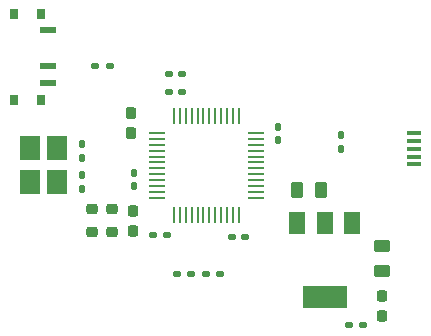
<source format=gbr>
%TF.GenerationSoftware,KiCad,Pcbnew,(6.0.5)*%
%TF.CreationDate,2023-02-15T13:04:29-08:00*%
%TF.ProjectId,STM32tut,53544d33-3274-4757-942e-6b696361645f,rev?*%
%TF.SameCoordinates,Original*%
%TF.FileFunction,Paste,Top*%
%TF.FilePolarity,Positive*%
%FSLAX46Y46*%
G04 Gerber Fmt 4.6, Leading zero omitted, Abs format (unit mm)*
G04 Created by KiCad (PCBNEW (6.0.5)) date 2023-02-15 13:04:29*
%MOMM*%
%LPD*%
G01*
G04 APERTURE LIST*
G04 Aperture macros list*
%AMRoundRect*
0 Rectangle with rounded corners*
0 $1 Rounding radius*
0 $2 $3 $4 $5 $6 $7 $8 $9 X,Y pos of 4 corners*
0 Add a 4 corners polygon primitive as box body*
4,1,4,$2,$3,$4,$5,$6,$7,$8,$9,$2,$3,0*
0 Add four circle primitives for the rounded corners*
1,1,$1+$1,$2,$3*
1,1,$1+$1,$4,$5*
1,1,$1+$1,$6,$7*
1,1,$1+$1,$8,$9*
0 Add four rect primitives between the rounded corners*
20,1,$1+$1,$2,$3,$4,$5,0*
20,1,$1+$1,$4,$5,$6,$7,0*
20,1,$1+$1,$6,$7,$8,$9,0*
20,1,$1+$1,$8,$9,$2,$3,0*%
G04 Aperture macros list end*
%ADD10R,0.700000X0.900000*%
%ADD11R,1.400000X0.600000*%
%ADD12RoundRect,0.105000X-0.155000X0.212500X-0.155000X-0.212500X0.155000X-0.212500X0.155000X0.212500X0*%
%ADD13RoundRect,0.025000X-0.662500X-0.075000X0.662500X-0.075000X0.662500X0.075000X-0.662500X0.075000X0*%
%ADD14RoundRect,0.025000X-0.075000X-0.662500X0.075000X-0.662500X0.075000X0.662500X-0.075000X0.662500X0*%
%ADD15RoundRect,0.187500X0.300000X0.237500X-0.300000X0.237500X-0.300000X-0.237500X0.300000X-0.237500X0*%
%ADD16RoundRect,0.105000X-0.212500X-0.155000X0.212500X-0.155000X0.212500X0.155000X-0.212500X0.155000X0*%
%ADD17RoundRect,0.105000X0.212500X0.155000X-0.212500X0.155000X-0.212500X-0.155000X0.212500X-0.155000X0*%
%ADD18RoundRect,0.110000X-0.197500X-0.160000X0.197500X-0.160000X0.197500X0.160000X-0.197500X0.160000X0*%
%ADD19RoundRect,0.187500X-0.237500X0.287500X-0.237500X-0.287500X0.237500X-0.287500X0.237500X0.287500X0*%
%ADD20R,1.700000X2.000000*%
%ADD21RoundRect,0.110000X0.197500X0.160000X-0.197500X0.160000X-0.197500X-0.160000X0.197500X-0.160000X0*%
%ADD22RoundRect,0.187500X0.237500X-0.300000X0.237500X0.300000X-0.237500X0.300000X-0.237500X-0.300000X0*%
%ADD23RoundRect,0.105000X0.155000X-0.212500X0.155000X0.212500X-0.155000X0.212500X-0.155000X-0.212500X0*%
%ADD24R,1.400000X1.900000*%
%ADD25R,3.700000X1.900000*%
%ADD26RoundRect,0.200000X0.475000X-0.337500X0.475000X0.337500X-0.475000X0.337500X-0.475000X-0.337500X0*%
%ADD27R,1.200000X0.350000*%
%ADD28RoundRect,0.187500X0.237500X-0.287500X0.237500X0.287500X-0.237500X0.287500X-0.237500X-0.287500X0*%
%ADD29RoundRect,0.200000X-0.337500X-0.475000X0.337500X-0.475000X0.337500X0.475000X-0.337500X0.475000X0*%
%ADD30RoundRect,0.110000X-0.160000X0.197500X-0.160000X-0.197500X0.160000X-0.197500X0.160000X0.197500X0*%
G04 APERTURE END LIST*
D10*
%TO.C,SW1*%
X120455000Y-69150000D03*
X118245000Y-69150000D03*
X118245000Y-76450000D03*
X120455000Y-76450000D03*
D11*
X121105000Y-70550000D03*
X121105000Y-73550000D03*
X121105000Y-75050000D03*
%TD*%
D12*
%TO.C,C9*%
X140600000Y-78732500D03*
X140600000Y-79867500D03*
%TD*%
D13*
%TO.C,U2*%
X130337500Y-79250000D03*
X130337500Y-79750000D03*
X130337500Y-80250000D03*
X130337500Y-80750000D03*
X130337500Y-81250000D03*
X130337500Y-81750000D03*
X130337500Y-82250000D03*
X130337500Y-82750000D03*
X130337500Y-83250000D03*
X130337500Y-83750000D03*
X130337500Y-84250000D03*
X130337500Y-84750000D03*
D14*
X131750000Y-86162500D03*
X132250000Y-86162500D03*
X132750000Y-86162500D03*
X133250000Y-86162500D03*
X133750000Y-86162500D03*
X134250000Y-86162500D03*
X134750000Y-86162500D03*
X135250000Y-86162500D03*
X135750000Y-86162500D03*
X136250000Y-86162500D03*
X136750000Y-86162500D03*
X137250000Y-86162500D03*
D13*
X138662500Y-84750000D03*
X138662500Y-84250000D03*
X138662500Y-83750000D03*
X138662500Y-83250000D03*
X138662500Y-82750000D03*
X138662500Y-82250000D03*
X138662500Y-81750000D03*
X138662500Y-81250000D03*
X138662500Y-80750000D03*
X138662500Y-80250000D03*
X138662500Y-79750000D03*
X138662500Y-79250000D03*
D14*
X137250000Y-77837500D03*
X136750000Y-77837500D03*
X136250000Y-77837500D03*
X135750000Y-77837500D03*
X135250000Y-77837500D03*
X134750000Y-77837500D03*
X134250000Y-77837500D03*
X133750000Y-77837500D03*
X133250000Y-77837500D03*
X132750000Y-77837500D03*
X132250000Y-77837500D03*
X131750000Y-77837500D03*
%TD*%
D15*
%TO.C,C13*%
X126500000Y-87600000D03*
X124775000Y-87600000D03*
%TD*%
D16*
%TO.C,C10*%
X131332500Y-75800000D03*
X132467500Y-75800000D03*
%TD*%
%TO.C,C5*%
X130000000Y-87900000D03*
X131135000Y-87900000D03*
%TD*%
D15*
%TO.C,C12*%
X126500000Y-85700000D03*
X124775000Y-85700000D03*
%TD*%
D17*
%TO.C,C8*%
X137767500Y-88100000D03*
X136632500Y-88100000D03*
%TD*%
D18*
%TO.C,R3*%
X134442500Y-91200000D03*
X135637500Y-91200000D03*
%TD*%
D19*
%TO.C,FB1*%
X128300000Y-85825000D03*
X128300000Y-87575000D03*
%TD*%
D20*
%TO.C,Y1*%
X119550000Y-80550000D03*
X119550000Y-83450000D03*
X121850000Y-83450000D03*
X121850000Y-80550000D03*
%TD*%
D21*
%TO.C,R2*%
X133237500Y-91200000D03*
X132042500Y-91200000D03*
%TD*%
D22*
%TO.C,C3*%
X128100000Y-79262500D03*
X128100000Y-77537500D03*
%TD*%
D23*
%TO.C,C4*%
X124000000Y-81367500D03*
X124000000Y-80232500D03*
%TD*%
D24*
%TO.C,U1*%
X146800000Y-86850000D03*
D25*
X144500000Y-93150000D03*
D24*
X144500000Y-86850000D03*
X142200000Y-86850000D03*
%TD*%
D21*
%TO.C,R1*%
X147795000Y-95500000D03*
X146600000Y-95500000D03*
%TD*%
D16*
%TO.C,C6*%
X131332500Y-74300000D03*
X132467500Y-74300000D03*
%TD*%
D26*
%TO.C,C2*%
X149400000Y-90937500D03*
X149400000Y-88862500D03*
%TD*%
D27*
%TO.C,J4*%
X152045000Y-81900000D03*
X152045000Y-81250000D03*
X152045000Y-80600000D03*
X152045000Y-79950000D03*
X152045000Y-79300000D03*
%TD*%
D18*
%TO.C,R4*%
X126297500Y-73600000D03*
X125102500Y-73600000D03*
%TD*%
D23*
%TO.C,C7*%
X124000000Y-83967500D03*
X124000000Y-82832500D03*
%TD*%
%TO.C,C11*%
X128400000Y-83767500D03*
X128400000Y-82632500D03*
%TD*%
D28*
%TO.C,D1*%
X149400000Y-94775000D03*
X149400000Y-93025000D03*
%TD*%
D29*
%TO.C,C1*%
X142162500Y-84100000D03*
X144237500Y-84100000D03*
%TD*%
D30*
%TO.C,R5*%
X145900000Y-79402500D03*
X145900000Y-80597500D03*
%TD*%
M02*

</source>
